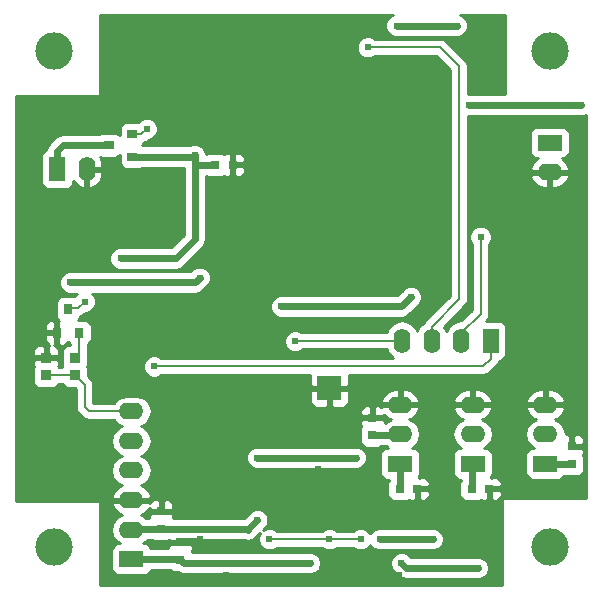
<source format=gbl>
G04 (created by PCBNEW (2013-jul-07)-stable) date Mon 11 May 2015 11:07:11 AM PDT*
%MOIN*%
G04 Gerber Fmt 3.4, Leading zero omitted, Abs format*
%FSLAX34Y34*%
G01*
G70*
G90*
G04 APERTURE LIST*
%ADD10C,0.006*%
%ADD11R,0.0551181X0.0826772*%
%ADD12O,0.0551181X0.0826772*%
%ADD13R,0.0354331X0.0314961*%
%ADD14R,0.0314961X0.0354331*%
%ADD15R,0.0826772X0.0551181*%
%ADD16O,0.0826772X0.0551181*%
%ADD17R,0.08X0.08*%
%ADD18R,0.0374016X0.0374016*%
%ADD19C,0.125*%
%ADD20R,0.0314961X0.0314961*%
%ADD21C,0.024*%
%ADD22C,0.024*%
%ADD23C,0.008*%
%ADD24C,0.01*%
G04 APERTURE END LIST*
G54D10*
G54D11*
X74527Y-50780D03*
G54D12*
X75512Y-50780D03*
G54D13*
X76250Y-49988D03*
X77037Y-50362D03*
X77037Y-49614D03*
G54D14*
X74891Y-55450D03*
X74517Y-56237D03*
X75265Y-56237D03*
G54D15*
X85960Y-60604D03*
G54D16*
X85960Y-58635D03*
X85960Y-59620D03*
G54D15*
X88380Y-60604D03*
G54D16*
X88380Y-58635D03*
X88380Y-59620D03*
G54D15*
X90800Y-60604D03*
G54D16*
X90800Y-58635D03*
X90800Y-59620D03*
G54D12*
X87992Y-56500D03*
X87007Y-56500D03*
G54D11*
X88976Y-56500D03*
G54D12*
X86023Y-56500D03*
G54D16*
X77000Y-62796D03*
X77000Y-61812D03*
G54D15*
X77000Y-63780D03*
G54D16*
X77000Y-60827D03*
X77000Y-59843D03*
X77000Y-58859D03*
G54D15*
X90944Y-49901D03*
G54D16*
X90944Y-50885D03*
G54D17*
X83600Y-58080D03*
G54D18*
X74156Y-57645D03*
X74156Y-57074D03*
X75116Y-57645D03*
X75116Y-57074D03*
G54D19*
X74409Y-46850D03*
X90944Y-46850D03*
X90944Y-63385D03*
X74409Y-63385D03*
G54D20*
X79784Y-50636D03*
X80375Y-50636D03*
X88344Y-61436D03*
X88935Y-61436D03*
X91676Y-60615D03*
X91676Y-60024D03*
X85036Y-59655D03*
X85036Y-59064D03*
X85944Y-61436D03*
X86535Y-61436D03*
X77996Y-62775D03*
X77996Y-62184D03*
X78636Y-63815D03*
X78636Y-63224D03*
G54D21*
X81200Y-62480D03*
X81200Y-60400D03*
X84480Y-60400D03*
X85840Y-46000D03*
X87840Y-46000D03*
X88240Y-48640D03*
X92000Y-48640D03*
X86320Y-55040D03*
X82000Y-55360D03*
X84880Y-46720D03*
X82460Y-56520D03*
X74960Y-54560D03*
X75920Y-54560D03*
X79280Y-54400D03*
X77760Y-53760D03*
X76640Y-53760D03*
X79120Y-50320D03*
X88640Y-53040D03*
X77760Y-57360D03*
X82960Y-63920D03*
X87040Y-63120D03*
X85280Y-63120D03*
X88560Y-64080D03*
X86000Y-63920D03*
X79280Y-63120D03*
X80960Y-50636D03*
X77280Y-57440D03*
X75840Y-49200D03*
X73326Y-53641D03*
X73326Y-52263D03*
X73520Y-50800D03*
X73520Y-48640D03*
X75600Y-48640D03*
X76240Y-46800D03*
X77280Y-46080D03*
X79360Y-46080D03*
X81600Y-46080D03*
X84000Y-46080D03*
X88800Y-51900D03*
X88800Y-49760D03*
X90240Y-55360D03*
X91440Y-56240D03*
X90720Y-53120D03*
X88400Y-50400D03*
X83220Y-60780D03*
X84640Y-61200D03*
X84880Y-47280D03*
X86000Y-47280D03*
X83840Y-54400D03*
X83840Y-53600D03*
X83840Y-54000D03*
X82640Y-51600D03*
X81600Y-51600D03*
X82160Y-51600D03*
X81360Y-58720D03*
X81360Y-56000D03*
X80160Y-64320D03*
X85920Y-64320D03*
X73917Y-55314D03*
X74311Y-55314D03*
X73523Y-55314D03*
X75440Y-61440D03*
X73520Y-61440D03*
X73520Y-59840D03*
X73520Y-58320D03*
X73520Y-56720D03*
X80080Y-60800D03*
X79600Y-57760D03*
X77760Y-55920D03*
X77360Y-48640D03*
X77360Y-47840D03*
X77360Y-48240D03*
X87120Y-53840D03*
X81200Y-48160D03*
X85200Y-52800D03*
X84400Y-52800D03*
X84800Y-52800D03*
X80960Y-53200D03*
X80960Y-52480D03*
X80960Y-52800D03*
X81600Y-63120D03*
X83600Y-63120D03*
X84640Y-63120D03*
X75440Y-55200D03*
X77520Y-49440D03*
G54D22*
X85960Y-59620D02*
X85924Y-59655D01*
X85924Y-59655D02*
X85036Y-59655D01*
X80883Y-62796D02*
X80862Y-62775D01*
X81200Y-60400D02*
X84480Y-60400D01*
X80904Y-62775D02*
X81200Y-62480D01*
X80883Y-62796D02*
X80904Y-62775D01*
X80862Y-62775D02*
X77996Y-62775D01*
X77000Y-62796D02*
X77021Y-62775D01*
X77021Y-62775D02*
X77996Y-62775D01*
X87840Y-46000D02*
X85840Y-46000D01*
X92000Y-48640D02*
X88240Y-48640D01*
X85360Y-55360D02*
X86000Y-55360D01*
X86000Y-55360D02*
X86320Y-55040D01*
X85360Y-55360D02*
X82000Y-55360D01*
G54D23*
X87007Y-56032D02*
X87007Y-56500D01*
X87920Y-55120D02*
X87007Y-56032D01*
X87920Y-47360D02*
X87920Y-55120D01*
X87280Y-46720D02*
X87920Y-47360D01*
X84880Y-46720D02*
X87280Y-46720D01*
X86023Y-56500D02*
X82480Y-56500D01*
X82480Y-56500D02*
X82460Y-56520D01*
G54D22*
X75920Y-54560D02*
X74960Y-54560D01*
X79120Y-54560D02*
X75920Y-54560D01*
X79280Y-54400D02*
X79120Y-54560D01*
X76250Y-49988D02*
X74731Y-49988D01*
X74527Y-50192D02*
X74527Y-50780D01*
X74731Y-49988D02*
X74527Y-50192D01*
G54D23*
X74160Y-57660D02*
X75120Y-57660D01*
X75120Y-57660D02*
X75440Y-57980D01*
X75440Y-57980D02*
X75440Y-58720D01*
X75440Y-58720D02*
X75579Y-58859D01*
X75579Y-58859D02*
X77000Y-58859D01*
G54D22*
X79784Y-50636D02*
X79120Y-50636D01*
X77760Y-53760D02*
X78480Y-53760D01*
X79120Y-53120D02*
X79120Y-50636D01*
X79120Y-50636D02*
X79120Y-50320D01*
X78480Y-53760D02*
X79120Y-53120D01*
X76640Y-53760D02*
X77760Y-53760D01*
X77037Y-50362D02*
X79077Y-50362D01*
X79077Y-50362D02*
X79120Y-50320D01*
G54D23*
X87992Y-56247D02*
X87992Y-56500D01*
X88640Y-55600D02*
X87992Y-56247D01*
X88640Y-53040D02*
X88640Y-55600D01*
X88976Y-56500D02*
X88976Y-57103D01*
X88976Y-57103D02*
X88720Y-57360D01*
X88720Y-57360D02*
X77760Y-57360D01*
G54D22*
X78636Y-63815D02*
X78740Y-63920D01*
X78740Y-63920D02*
X82960Y-63920D01*
X78636Y-63815D02*
X78601Y-63780D01*
X78601Y-63780D02*
X77000Y-63780D01*
X85280Y-63120D02*
X87040Y-63120D01*
X85960Y-60604D02*
X85944Y-60619D01*
X85944Y-60619D02*
X85944Y-61436D01*
X88380Y-60604D02*
X88344Y-60639D01*
X88344Y-60639D02*
X88344Y-61436D01*
X90800Y-60604D02*
X90811Y-60615D01*
X90811Y-60615D02*
X91676Y-60615D01*
X86160Y-64080D02*
X88560Y-64080D01*
X86000Y-63920D02*
X86160Y-64080D01*
G54D23*
X78636Y-63224D02*
X78740Y-63120D01*
X78740Y-63120D02*
X79280Y-63120D01*
X80375Y-50636D02*
X80960Y-50636D01*
X73326Y-52263D02*
X73326Y-53641D01*
X73520Y-48640D02*
X73520Y-50800D01*
X76240Y-48000D02*
X75600Y-48640D01*
X76240Y-46800D02*
X76240Y-48000D01*
X79360Y-46080D02*
X77280Y-46080D01*
X84000Y-46080D02*
X81600Y-46080D01*
X88800Y-49760D02*
X88800Y-51900D01*
X91440Y-56240D02*
X91440Y-56160D01*
X83220Y-60780D02*
X84220Y-60780D01*
X84220Y-60780D02*
X84640Y-61200D01*
X83840Y-54000D02*
X83840Y-53600D01*
X82160Y-51600D02*
X81600Y-51600D01*
X85920Y-64320D02*
X80160Y-64320D01*
X73917Y-55314D02*
X74311Y-55314D01*
X73520Y-59840D02*
X73520Y-61440D01*
X73520Y-56720D02*
X73520Y-58320D01*
X77360Y-48240D02*
X77360Y-47840D01*
X80960Y-52480D02*
X80960Y-48400D01*
X80960Y-48400D02*
X81200Y-48160D01*
X84800Y-52800D02*
X84400Y-52800D01*
X80960Y-52800D02*
X80960Y-52480D01*
X81600Y-63120D02*
X83600Y-63120D01*
X84640Y-63120D02*
X83600Y-63120D01*
X75255Y-56273D02*
X75255Y-56925D01*
X75255Y-56925D02*
X75120Y-57060D01*
X74880Y-55407D02*
X75233Y-55407D01*
X75233Y-55407D02*
X75440Y-55200D01*
X77073Y-49625D02*
X77335Y-49625D01*
X77335Y-49625D02*
X77520Y-49440D01*
G54D10*
G36*
X92150Y-61750D02*
X92083Y-61750D01*
X92083Y-60723D01*
X92083Y-60408D01*
X92047Y-60320D01*
X92083Y-60231D01*
X92083Y-59817D01*
X92045Y-59725D01*
X91975Y-59655D01*
X91883Y-59617D01*
X91784Y-59617D01*
X91788Y-59617D01*
X91726Y-59679D01*
X91726Y-59974D01*
X92021Y-59974D01*
X92083Y-59912D01*
X92083Y-59817D01*
X92083Y-60231D01*
X92083Y-60137D01*
X92021Y-60074D01*
X91726Y-60074D01*
X91726Y-60082D01*
X91626Y-60082D01*
X91626Y-60074D01*
X91618Y-60074D01*
X91618Y-59974D01*
X91626Y-59974D01*
X91626Y-59679D01*
X91608Y-59661D01*
X91608Y-50127D01*
X91608Y-49576D01*
X91570Y-49484D01*
X91500Y-49414D01*
X91408Y-49376D01*
X91308Y-49375D01*
X90481Y-49375D01*
X90390Y-49413D01*
X90319Y-49484D01*
X90281Y-49576D01*
X90281Y-49675D01*
X90281Y-50226D01*
X90319Y-50318D01*
X90389Y-50388D01*
X90481Y-50427D01*
X90550Y-50427D01*
X90400Y-50549D01*
X90302Y-50730D01*
X90298Y-50754D01*
X90346Y-50835D01*
X90894Y-50835D01*
X90894Y-50827D01*
X90994Y-50827D01*
X90994Y-50835D01*
X91543Y-50835D01*
X91591Y-50754D01*
X91587Y-50730D01*
X91489Y-50549D01*
X91339Y-50427D01*
X91407Y-50427D01*
X91499Y-50389D01*
X91570Y-50318D01*
X91608Y-50227D01*
X91608Y-50127D01*
X91608Y-59661D01*
X91591Y-59645D01*
X91591Y-51017D01*
X91543Y-50935D01*
X90994Y-50935D01*
X90994Y-51411D01*
X91132Y-51411D01*
X91330Y-51352D01*
X91489Y-51222D01*
X91587Y-51040D01*
X91591Y-51017D01*
X91591Y-59645D01*
X91563Y-59617D01*
X91568Y-59617D01*
X91475Y-59617D01*
X91436Y-59418D01*
X91322Y-59248D01*
X91151Y-59134D01*
X91107Y-59125D01*
X91185Y-59102D01*
X91344Y-58972D01*
X91442Y-58790D01*
X91446Y-58766D01*
X91446Y-58504D01*
X91442Y-58480D01*
X91344Y-58299D01*
X91185Y-58169D01*
X90987Y-58110D01*
X90894Y-58110D01*
X90894Y-51411D01*
X90894Y-50935D01*
X90346Y-50935D01*
X90298Y-51017D01*
X90302Y-51040D01*
X90400Y-51222D01*
X90559Y-51352D01*
X90757Y-51411D01*
X90894Y-51411D01*
X90894Y-58110D01*
X90850Y-58110D01*
X90850Y-58585D01*
X91398Y-58585D01*
X91446Y-58504D01*
X91446Y-58766D01*
X91398Y-58685D01*
X90850Y-58685D01*
X90850Y-58693D01*
X90750Y-58693D01*
X90750Y-58685D01*
X90750Y-58585D01*
X90750Y-58110D01*
X90612Y-58110D01*
X90414Y-58169D01*
X90255Y-58299D01*
X90157Y-58480D01*
X90153Y-58504D01*
X90201Y-58585D01*
X90750Y-58585D01*
X90750Y-58685D01*
X90201Y-58685D01*
X90153Y-58766D01*
X90157Y-58790D01*
X90255Y-58972D01*
X90414Y-59102D01*
X90492Y-59125D01*
X90448Y-59134D01*
X90277Y-59248D01*
X90163Y-59418D01*
X90123Y-59620D01*
X90163Y-59821D01*
X90277Y-59991D01*
X90407Y-60078D01*
X90337Y-60078D01*
X90245Y-60116D01*
X90174Y-60186D01*
X90136Y-60278D01*
X90136Y-60378D01*
X90136Y-60929D01*
X90174Y-61021D01*
X90244Y-61091D01*
X90336Y-61129D01*
X90436Y-61129D01*
X91262Y-61129D01*
X91354Y-61091D01*
X91425Y-61021D01*
X91431Y-61007D01*
X91468Y-61022D01*
X91568Y-61022D01*
X91883Y-61022D01*
X91974Y-60984D01*
X92045Y-60914D01*
X92083Y-60822D01*
X92083Y-60723D01*
X92083Y-61750D01*
X89350Y-61750D01*
X89350Y-64650D01*
X89342Y-64650D01*
X89342Y-61544D01*
X89342Y-61328D01*
X89342Y-61228D01*
X89304Y-61136D01*
X89234Y-61066D01*
X89142Y-61028D01*
X89056Y-61028D01*
X89047Y-61028D01*
X88985Y-61091D01*
X88985Y-61041D01*
X89005Y-61021D01*
X89043Y-60929D01*
X89043Y-60830D01*
X89043Y-60279D01*
X89005Y-60187D01*
X88935Y-60116D01*
X88843Y-60078D01*
X88772Y-60078D01*
X88902Y-59991D01*
X89016Y-59821D01*
X89056Y-59620D01*
X89016Y-59418D01*
X88902Y-59248D01*
X88731Y-59134D01*
X88687Y-59125D01*
X88765Y-59102D01*
X88924Y-58972D01*
X89022Y-58790D01*
X89026Y-58766D01*
X89026Y-58504D01*
X89022Y-58480D01*
X88924Y-58299D01*
X88765Y-58169D01*
X88567Y-58110D01*
X88430Y-58110D01*
X88430Y-58585D01*
X88978Y-58585D01*
X89026Y-58504D01*
X89026Y-58766D01*
X88978Y-58685D01*
X88430Y-58685D01*
X88430Y-58693D01*
X88330Y-58693D01*
X88330Y-58685D01*
X88330Y-58585D01*
X88330Y-58110D01*
X88192Y-58110D01*
X87994Y-58169D01*
X87835Y-58299D01*
X87737Y-58480D01*
X87733Y-58504D01*
X87781Y-58585D01*
X88330Y-58585D01*
X88330Y-58685D01*
X87781Y-58685D01*
X87733Y-58766D01*
X87737Y-58790D01*
X87835Y-58972D01*
X87994Y-59102D01*
X88072Y-59125D01*
X88028Y-59134D01*
X87857Y-59248D01*
X87743Y-59418D01*
X87703Y-59620D01*
X87743Y-59821D01*
X87857Y-59991D01*
X87987Y-60078D01*
X87917Y-60078D01*
X87825Y-60116D01*
X87754Y-60186D01*
X87716Y-60278D01*
X87716Y-60378D01*
X87716Y-60929D01*
X87754Y-61021D01*
X87824Y-61091D01*
X87916Y-61129D01*
X87974Y-61129D01*
X87974Y-61138D01*
X87937Y-61228D01*
X87937Y-61328D01*
X87937Y-61643D01*
X87975Y-61734D01*
X88045Y-61805D01*
X88137Y-61843D01*
X88236Y-61843D01*
X88551Y-61843D01*
X88640Y-61807D01*
X88728Y-61843D01*
X88822Y-61843D01*
X88885Y-61781D01*
X88885Y-61486D01*
X88877Y-61486D01*
X88877Y-61386D01*
X88885Y-61386D01*
X88885Y-61378D01*
X88985Y-61378D01*
X88985Y-61386D01*
X89280Y-61386D01*
X89342Y-61323D01*
X89342Y-61328D01*
X89342Y-61544D01*
X89342Y-61548D01*
X89280Y-61486D01*
X88985Y-61486D01*
X88985Y-61781D01*
X89047Y-61843D01*
X89142Y-61843D01*
X89234Y-61805D01*
X89304Y-61735D01*
X89342Y-61643D01*
X89342Y-61544D01*
X89342Y-64650D01*
X88930Y-64650D01*
X88930Y-64006D01*
X88901Y-63938D01*
X88873Y-63870D01*
X88821Y-63818D01*
X88769Y-63766D01*
X88633Y-63710D01*
X88486Y-63709D01*
X88486Y-63710D01*
X87410Y-63710D01*
X87410Y-63046D01*
X87381Y-62978D01*
X87353Y-62910D01*
X87301Y-62858D01*
X87249Y-62806D01*
X87113Y-62750D01*
X86966Y-62749D01*
X86966Y-62750D01*
X86942Y-62750D01*
X86942Y-61544D01*
X86942Y-61328D01*
X86942Y-61228D01*
X86904Y-61136D01*
X86834Y-61066D01*
X86742Y-61028D01*
X86647Y-61028D01*
X86636Y-61039D01*
X86585Y-61091D01*
X86585Y-61028D01*
X86578Y-61028D01*
X86585Y-61021D01*
X86623Y-60929D01*
X86623Y-60830D01*
X86623Y-60279D01*
X86585Y-60187D01*
X86515Y-60116D01*
X86423Y-60078D01*
X86352Y-60078D01*
X86482Y-59991D01*
X86596Y-59821D01*
X86636Y-59620D01*
X86596Y-59418D01*
X86482Y-59248D01*
X86311Y-59134D01*
X86267Y-59125D01*
X86345Y-59102D01*
X86504Y-58972D01*
X86602Y-58790D01*
X86606Y-58766D01*
X86606Y-58504D01*
X86602Y-58480D01*
X86504Y-58299D01*
X86345Y-58169D01*
X86147Y-58110D01*
X86010Y-58110D01*
X86010Y-58585D01*
X86558Y-58585D01*
X86606Y-58504D01*
X86606Y-58766D01*
X86558Y-58685D01*
X86010Y-58685D01*
X86010Y-58693D01*
X85910Y-58693D01*
X85910Y-58685D01*
X85910Y-58585D01*
X85910Y-58110D01*
X85772Y-58110D01*
X85574Y-58169D01*
X85415Y-58299D01*
X85317Y-58480D01*
X85313Y-58504D01*
X85361Y-58585D01*
X85910Y-58585D01*
X85910Y-58685D01*
X85361Y-58685D01*
X85348Y-58708D01*
X85335Y-58695D01*
X85243Y-58657D01*
X85144Y-58657D01*
X85148Y-58657D01*
X85086Y-58719D01*
X85086Y-59014D01*
X85381Y-59014D01*
X85419Y-58975D01*
X85574Y-59102D01*
X85652Y-59125D01*
X85608Y-59134D01*
X85443Y-59244D01*
X85443Y-59177D01*
X85381Y-59114D01*
X85086Y-59114D01*
X85086Y-59122D01*
X84986Y-59122D01*
X84986Y-59114D01*
X84986Y-59014D01*
X84986Y-58719D01*
X84923Y-58657D01*
X84928Y-58657D01*
X84828Y-58657D01*
X84736Y-58695D01*
X84666Y-58765D01*
X84628Y-58857D01*
X84628Y-58952D01*
X84691Y-59014D01*
X84986Y-59014D01*
X84986Y-59114D01*
X84691Y-59114D01*
X84628Y-59177D01*
X84628Y-59271D01*
X84665Y-59360D01*
X84628Y-59447D01*
X84628Y-59547D01*
X84628Y-59862D01*
X84666Y-59954D01*
X84736Y-60024D01*
X84828Y-60062D01*
X84928Y-60062D01*
X85243Y-60062D01*
X85333Y-60025D01*
X85487Y-60025D01*
X85567Y-60078D01*
X85497Y-60078D01*
X85405Y-60116D01*
X85334Y-60186D01*
X85296Y-60278D01*
X85296Y-60378D01*
X85296Y-60929D01*
X85334Y-61021D01*
X85404Y-61091D01*
X85496Y-61129D01*
X85574Y-61129D01*
X85574Y-61138D01*
X85537Y-61228D01*
X85537Y-61328D01*
X85537Y-61643D01*
X85575Y-61734D01*
X85645Y-61805D01*
X85737Y-61843D01*
X85836Y-61843D01*
X86151Y-61843D01*
X86240Y-61807D01*
X86328Y-61843D01*
X86422Y-61843D01*
X86485Y-61781D01*
X86485Y-61486D01*
X86477Y-61486D01*
X86477Y-61386D01*
X86485Y-61386D01*
X86485Y-61378D01*
X86585Y-61378D01*
X86585Y-61386D01*
X86880Y-61386D01*
X86942Y-61323D01*
X86942Y-61328D01*
X86942Y-61544D01*
X86942Y-61548D01*
X86880Y-61486D01*
X86585Y-61486D01*
X86585Y-61781D01*
X86647Y-61843D01*
X86742Y-61843D01*
X86834Y-61805D01*
X86904Y-61735D01*
X86942Y-61643D01*
X86942Y-61544D01*
X86942Y-62750D01*
X85280Y-62750D01*
X85206Y-62749D01*
X85070Y-62806D01*
X84966Y-62910D01*
X84960Y-62925D01*
X84953Y-62910D01*
X84850Y-62806D01*
X84850Y-60326D01*
X84821Y-60258D01*
X84793Y-60190D01*
X84741Y-60138D01*
X84689Y-60086D01*
X84553Y-60030D01*
X84406Y-60029D01*
X84406Y-60030D01*
X84250Y-60030D01*
X84250Y-58430D01*
X84250Y-58192D01*
X84187Y-58130D01*
X83650Y-58130D01*
X83650Y-58667D01*
X83712Y-58730D01*
X84049Y-58730D01*
X84141Y-58692D01*
X84211Y-58621D01*
X84249Y-58529D01*
X84250Y-58430D01*
X84250Y-60030D01*
X83550Y-60030D01*
X83550Y-58667D01*
X83550Y-58130D01*
X83012Y-58130D01*
X82950Y-58192D01*
X82949Y-58430D01*
X82950Y-58529D01*
X82988Y-58621D01*
X83058Y-58692D01*
X83150Y-58730D01*
X83487Y-58730D01*
X83550Y-58667D01*
X83550Y-60030D01*
X81200Y-60030D01*
X81126Y-60029D01*
X80990Y-60086D01*
X80886Y-60190D01*
X80830Y-60326D01*
X80829Y-60473D01*
X80886Y-60609D01*
X80938Y-60661D01*
X80990Y-60713D01*
X81058Y-60741D01*
X81126Y-60769D01*
X81200Y-60770D01*
X81273Y-60770D01*
X81273Y-60770D01*
X84479Y-60770D01*
X84480Y-60770D01*
X84553Y-60770D01*
X84621Y-60741D01*
X84689Y-60713D01*
X84741Y-60661D01*
X84793Y-60609D01*
X84821Y-60541D01*
X84849Y-60473D01*
X84850Y-60400D01*
X84850Y-60326D01*
X84850Y-62806D01*
X84849Y-62806D01*
X84713Y-62750D01*
X84566Y-62749D01*
X84430Y-62806D01*
X84406Y-62830D01*
X83833Y-62830D01*
X83809Y-62806D01*
X83673Y-62750D01*
X83526Y-62749D01*
X83390Y-62806D01*
X83366Y-62830D01*
X81833Y-62830D01*
X81809Y-62806D01*
X81673Y-62750D01*
X81526Y-62749D01*
X81401Y-62801D01*
X81461Y-62741D01*
X81461Y-62741D01*
X81513Y-62689D01*
X81541Y-62621D01*
X81569Y-62553D01*
X81570Y-62480D01*
X81570Y-62406D01*
X81541Y-62338D01*
X81513Y-62270D01*
X81461Y-62218D01*
X81409Y-62166D01*
X81273Y-62110D01*
X81126Y-62109D01*
X80990Y-62166D01*
X80886Y-62270D01*
X80886Y-62270D01*
X80751Y-62405D01*
X78397Y-62405D01*
X78403Y-62391D01*
X78403Y-61977D01*
X78365Y-61885D01*
X78295Y-61815D01*
X78203Y-61777D01*
X78104Y-61777D01*
X78108Y-61777D01*
X78046Y-61839D01*
X78046Y-62134D01*
X78341Y-62134D01*
X78403Y-62072D01*
X78403Y-61977D01*
X78403Y-62391D01*
X78403Y-62297D01*
X78341Y-62234D01*
X78046Y-62234D01*
X78046Y-62242D01*
X77946Y-62242D01*
X77946Y-62234D01*
X77651Y-62234D01*
X77588Y-62297D01*
X77588Y-62391D01*
X77594Y-62405D01*
X77493Y-62405D01*
X77351Y-62310D01*
X77307Y-62301D01*
X77385Y-62278D01*
X77544Y-62148D01*
X77588Y-62067D01*
X77588Y-62072D01*
X77651Y-62134D01*
X77946Y-62134D01*
X77946Y-61839D01*
X77883Y-61777D01*
X77888Y-61777D01*
X77788Y-61777D01*
X77696Y-61815D01*
X77626Y-61885D01*
X77620Y-61899D01*
X77598Y-61862D01*
X77050Y-61862D01*
X77050Y-61870D01*
X76950Y-61870D01*
X76950Y-61862D01*
X76401Y-61862D01*
X76353Y-61943D01*
X76357Y-61967D01*
X76455Y-62148D01*
X76614Y-62278D01*
X76692Y-62301D01*
X76648Y-62310D01*
X76477Y-62424D01*
X76363Y-62595D01*
X76323Y-62796D01*
X76363Y-62997D01*
X76477Y-63168D01*
X76607Y-63254D01*
X76537Y-63254D01*
X76445Y-63292D01*
X76374Y-63363D01*
X76336Y-63455D01*
X76336Y-63554D01*
X76336Y-64105D01*
X76374Y-64197D01*
X76444Y-64268D01*
X76536Y-64306D01*
X76636Y-64306D01*
X77462Y-64306D01*
X77554Y-64268D01*
X77625Y-64198D01*
X77644Y-64150D01*
X78302Y-64150D01*
X78336Y-64184D01*
X78428Y-64222D01*
X78528Y-64222D01*
X78540Y-64222D01*
X78599Y-64261D01*
X78740Y-64289D01*
X78740Y-64290D01*
X82959Y-64290D01*
X82960Y-64290D01*
X83033Y-64290D01*
X83101Y-64261D01*
X83169Y-64233D01*
X83221Y-64181D01*
X83273Y-64129D01*
X83301Y-64061D01*
X83329Y-63993D01*
X83330Y-63920D01*
X83330Y-63846D01*
X83301Y-63778D01*
X83273Y-63710D01*
X83221Y-63658D01*
X83169Y-63606D01*
X83033Y-63550D01*
X82886Y-63549D01*
X82886Y-63550D01*
X79019Y-63550D01*
X79007Y-63520D01*
X79043Y-63431D01*
X79043Y-63337D01*
X78981Y-63274D01*
X78686Y-63274D01*
X78686Y-63282D01*
X78586Y-63282D01*
X78586Y-63274D01*
X78291Y-63274D01*
X78228Y-63337D01*
X78228Y-63410D01*
X77644Y-63410D01*
X77625Y-63363D01*
X77555Y-63293D01*
X77463Y-63255D01*
X77392Y-63255D01*
X77522Y-63168D01*
X77537Y-63145D01*
X77698Y-63145D01*
X77788Y-63182D01*
X77888Y-63182D01*
X78203Y-63182D01*
X78271Y-63154D01*
X78291Y-63174D01*
X78586Y-63174D01*
X78586Y-63166D01*
X78686Y-63166D01*
X78686Y-63174D01*
X78981Y-63174D01*
X79010Y-63145D01*
X80777Y-63145D01*
X80777Y-63145D01*
X80883Y-63166D01*
X80883Y-63166D01*
X81025Y-63138D01*
X81145Y-63058D01*
X81166Y-63036D01*
X81166Y-63036D01*
X81166Y-63036D01*
X81281Y-62921D01*
X81230Y-63046D01*
X81229Y-63193D01*
X81286Y-63329D01*
X81390Y-63433D01*
X81526Y-63489D01*
X81673Y-63490D01*
X81809Y-63433D01*
X81833Y-63410D01*
X83366Y-63410D01*
X83390Y-63433D01*
X83526Y-63489D01*
X83673Y-63490D01*
X83809Y-63433D01*
X83833Y-63410D01*
X84406Y-63410D01*
X84430Y-63433D01*
X84566Y-63489D01*
X84713Y-63490D01*
X84849Y-63433D01*
X84953Y-63329D01*
X84959Y-63314D01*
X84966Y-63329D01*
X85018Y-63381D01*
X85070Y-63433D01*
X85138Y-63461D01*
X85206Y-63489D01*
X85280Y-63490D01*
X85353Y-63490D01*
X85353Y-63490D01*
X87039Y-63490D01*
X87040Y-63490D01*
X87113Y-63490D01*
X87181Y-63461D01*
X87249Y-63433D01*
X87301Y-63381D01*
X87353Y-63329D01*
X87381Y-63261D01*
X87409Y-63193D01*
X87410Y-63120D01*
X87410Y-63046D01*
X87410Y-63710D01*
X86313Y-63710D01*
X86261Y-63658D01*
X86261Y-63658D01*
X86209Y-63606D01*
X86073Y-63550D01*
X85926Y-63549D01*
X85790Y-63606D01*
X85686Y-63710D01*
X85630Y-63846D01*
X85629Y-63993D01*
X85686Y-64129D01*
X85738Y-64181D01*
X85790Y-64233D01*
X85790Y-64233D01*
X85898Y-64341D01*
X86018Y-64421D01*
X86160Y-64450D01*
X88559Y-64450D01*
X88560Y-64450D01*
X88633Y-64450D01*
X88701Y-64421D01*
X88769Y-64393D01*
X88821Y-64341D01*
X88873Y-64289D01*
X88901Y-64221D01*
X88929Y-64153D01*
X88930Y-64080D01*
X88930Y-64006D01*
X88930Y-64650D01*
X75950Y-64650D01*
X75950Y-61850D01*
X73150Y-61850D01*
X73150Y-48350D01*
X75950Y-48350D01*
X75950Y-45650D01*
X85718Y-45650D01*
X85630Y-45686D01*
X85526Y-45790D01*
X85470Y-45926D01*
X85469Y-46073D01*
X85526Y-46209D01*
X85578Y-46261D01*
X85630Y-46313D01*
X85698Y-46341D01*
X85766Y-46369D01*
X85840Y-46370D01*
X85913Y-46370D01*
X85913Y-46370D01*
X87839Y-46370D01*
X87840Y-46370D01*
X87913Y-46370D01*
X87981Y-46341D01*
X88049Y-46313D01*
X88101Y-46261D01*
X88153Y-46209D01*
X88181Y-46141D01*
X88209Y-46073D01*
X88210Y-46000D01*
X88210Y-45926D01*
X88181Y-45858D01*
X88153Y-45790D01*
X88101Y-45738D01*
X88049Y-45686D01*
X87961Y-45650D01*
X89450Y-45650D01*
X89450Y-48270D01*
X88240Y-48270D01*
X88210Y-48269D01*
X88210Y-47360D01*
X88187Y-47249D01*
X88125Y-47154D01*
X88125Y-47154D01*
X87485Y-46514D01*
X87390Y-46452D01*
X87280Y-46430D01*
X85113Y-46430D01*
X85089Y-46406D01*
X84953Y-46350D01*
X84806Y-46349D01*
X84670Y-46406D01*
X84566Y-46510D01*
X84510Y-46646D01*
X84509Y-46793D01*
X84566Y-46929D01*
X84670Y-47033D01*
X84806Y-47089D01*
X84953Y-47090D01*
X85089Y-47033D01*
X85113Y-47010D01*
X87159Y-47010D01*
X87630Y-47480D01*
X87630Y-54999D01*
X86802Y-55827D01*
X86755Y-55897D01*
X86690Y-55941D01*
X86690Y-54966D01*
X86661Y-54898D01*
X86633Y-54830D01*
X86529Y-54726D01*
X86393Y-54670D01*
X86246Y-54669D01*
X86110Y-54726D01*
X86006Y-54830D01*
X86006Y-54830D01*
X85846Y-54990D01*
X85360Y-54990D01*
X82000Y-54990D01*
X81926Y-54989D01*
X81790Y-55046D01*
X81686Y-55150D01*
X81630Y-55286D01*
X81629Y-55433D01*
X81686Y-55569D01*
X81738Y-55621D01*
X81790Y-55673D01*
X81858Y-55701D01*
X81926Y-55729D01*
X82000Y-55730D01*
X82073Y-55730D01*
X82073Y-55730D01*
X85360Y-55730D01*
X86000Y-55730D01*
X86141Y-55701D01*
X86261Y-55621D01*
X86581Y-55301D01*
X86581Y-55301D01*
X86633Y-55249D01*
X86661Y-55181D01*
X86689Y-55113D01*
X86690Y-55040D01*
X86690Y-54966D01*
X86690Y-55941D01*
X86636Y-55977D01*
X86522Y-56148D01*
X86515Y-56180D01*
X86509Y-56148D01*
X86395Y-55977D01*
X86224Y-55863D01*
X86023Y-55823D01*
X85822Y-55863D01*
X85651Y-55977D01*
X85538Y-56148D01*
X85525Y-56210D01*
X82673Y-56210D01*
X82669Y-56206D01*
X82533Y-56150D01*
X82386Y-56149D01*
X82250Y-56206D01*
X82146Y-56310D01*
X82090Y-56446D01*
X82089Y-56593D01*
X82146Y-56729D01*
X82250Y-56833D01*
X82386Y-56889D01*
X82533Y-56890D01*
X82669Y-56833D01*
X82713Y-56790D01*
X85525Y-56790D01*
X85538Y-56851D01*
X85651Y-57022D01*
X85723Y-57070D01*
X80782Y-57070D01*
X80782Y-50744D01*
X80782Y-50528D01*
X80782Y-50428D01*
X80744Y-50336D01*
X80674Y-50266D01*
X80582Y-50228D01*
X80487Y-50228D01*
X80425Y-50291D01*
X80425Y-50586D01*
X80720Y-50586D01*
X80782Y-50523D01*
X80782Y-50528D01*
X80782Y-50744D01*
X80782Y-50748D01*
X80720Y-50686D01*
X80425Y-50686D01*
X80425Y-50981D01*
X80487Y-51043D01*
X80582Y-51043D01*
X80674Y-51005D01*
X80744Y-50935D01*
X80782Y-50843D01*
X80782Y-50744D01*
X80782Y-57070D01*
X80325Y-57070D01*
X80325Y-50981D01*
X80325Y-50686D01*
X80317Y-50686D01*
X80317Y-50586D01*
X80325Y-50586D01*
X80325Y-50291D01*
X80262Y-50228D01*
X80168Y-50228D01*
X80079Y-50265D01*
X79992Y-50228D01*
X79892Y-50228D01*
X79577Y-50228D01*
X79490Y-50264D01*
X79490Y-50246D01*
X79461Y-50178D01*
X79461Y-50178D01*
X79433Y-50110D01*
X79381Y-50058D01*
X79329Y-50006D01*
X79193Y-49950D01*
X79046Y-49949D01*
X78944Y-49992D01*
X77354Y-49992D01*
X77345Y-49988D01*
X77356Y-49983D01*
X77426Y-49913D01*
X77434Y-49895D01*
X77445Y-49892D01*
X77540Y-49830D01*
X77560Y-49810D01*
X77593Y-49810D01*
X77729Y-49753D01*
X77833Y-49649D01*
X77889Y-49513D01*
X77890Y-49366D01*
X77833Y-49230D01*
X77729Y-49126D01*
X77593Y-49070D01*
X77446Y-49069D01*
X77310Y-49126D01*
X77229Y-49206D01*
X77165Y-49206D01*
X76810Y-49206D01*
X76719Y-49244D01*
X76648Y-49314D01*
X76610Y-49406D01*
X76610Y-49506D01*
X76610Y-49660D01*
X76569Y-49618D01*
X76477Y-49580D01*
X76377Y-49580D01*
X76023Y-49580D01*
X75932Y-49618D01*
X74731Y-49618D01*
X74590Y-49646D01*
X74470Y-49726D01*
X74266Y-49930D01*
X74186Y-50050D01*
X74170Y-50130D01*
X74110Y-50154D01*
X74040Y-50224D01*
X74002Y-50316D01*
X74002Y-50416D01*
X74002Y-51242D01*
X74040Y-51334D01*
X74110Y-51405D01*
X74202Y-51443D01*
X74301Y-51443D01*
X74852Y-51443D01*
X74944Y-51405D01*
X75015Y-51335D01*
X75053Y-51243D01*
X75053Y-51174D01*
X75175Y-51324D01*
X75357Y-51422D01*
X75380Y-51426D01*
X75462Y-51378D01*
X75462Y-50830D01*
X75454Y-50830D01*
X75454Y-50730D01*
X75462Y-50730D01*
X75462Y-50722D01*
X75562Y-50722D01*
X75562Y-50730D01*
X76037Y-50730D01*
X76037Y-50592D01*
X75978Y-50394D01*
X75956Y-50368D01*
X76023Y-50395D01*
X76122Y-50395D01*
X76476Y-50395D01*
X76568Y-50357D01*
X76610Y-50316D01*
X76610Y-50569D01*
X76648Y-50661D01*
X76718Y-50731D01*
X76810Y-50769D01*
X76909Y-50769D01*
X77264Y-50769D01*
X77355Y-50732D01*
X78750Y-50732D01*
X78750Y-52966D01*
X78326Y-53390D01*
X77760Y-53390D01*
X77686Y-53389D01*
X77686Y-53390D01*
X76640Y-53390D01*
X76566Y-53389D01*
X76430Y-53446D01*
X76326Y-53550D01*
X76270Y-53686D01*
X76269Y-53833D01*
X76326Y-53969D01*
X76378Y-54021D01*
X76430Y-54073D01*
X76498Y-54101D01*
X76566Y-54129D01*
X76640Y-54130D01*
X76713Y-54130D01*
X76713Y-54130D01*
X77759Y-54130D01*
X77760Y-54130D01*
X77833Y-54130D01*
X77833Y-54130D01*
X78480Y-54130D01*
X78621Y-54101D01*
X78741Y-54021D01*
X79381Y-53381D01*
X79461Y-53261D01*
X79490Y-53120D01*
X79490Y-51007D01*
X79577Y-51043D01*
X79676Y-51043D01*
X79991Y-51043D01*
X80080Y-51007D01*
X80168Y-51043D01*
X80262Y-51043D01*
X80325Y-50981D01*
X80325Y-57070D01*
X79650Y-57070D01*
X79650Y-54326D01*
X79621Y-54258D01*
X79593Y-54190D01*
X79541Y-54138D01*
X79489Y-54086D01*
X79353Y-54030D01*
X79206Y-54029D01*
X79070Y-54086D01*
X78966Y-54190D01*
X76037Y-54190D01*
X76037Y-50967D01*
X76037Y-50830D01*
X75562Y-50830D01*
X75562Y-51378D01*
X75643Y-51426D01*
X75667Y-51422D01*
X75848Y-51324D01*
X75978Y-51165D01*
X76037Y-50967D01*
X76037Y-54190D01*
X75920Y-54190D01*
X75846Y-54189D01*
X75846Y-54190D01*
X74960Y-54190D01*
X74886Y-54189D01*
X74750Y-54246D01*
X74646Y-54350D01*
X74590Y-54486D01*
X74589Y-54633D01*
X74646Y-54769D01*
X74698Y-54821D01*
X74750Y-54873D01*
X74818Y-54901D01*
X74886Y-54929D01*
X74960Y-54930D01*
X75033Y-54930D01*
X75033Y-54930D01*
X75186Y-54930D01*
X75126Y-54990D01*
X75110Y-55027D01*
X75099Y-55023D01*
X74999Y-55023D01*
X74684Y-55023D01*
X74592Y-55061D01*
X74522Y-55131D01*
X74484Y-55223D01*
X74484Y-55322D01*
X74484Y-55676D01*
X74522Y-55768D01*
X74592Y-55839D01*
X74598Y-55841D01*
X74567Y-55872D01*
X74567Y-56187D01*
X74575Y-56187D01*
X74575Y-56287D01*
X74567Y-56287D01*
X74567Y-56602D01*
X74630Y-56664D01*
X74724Y-56664D01*
X74816Y-56626D01*
X74887Y-56556D01*
X74891Y-56545D01*
X74896Y-56556D01*
X74965Y-56625D01*
X74965Y-56637D01*
X74879Y-56637D01*
X74787Y-56675D01*
X74717Y-56745D01*
X74679Y-56837D01*
X74679Y-56937D01*
X74679Y-57311D01*
X74699Y-57360D01*
X74695Y-57370D01*
X74577Y-57370D01*
X74572Y-57360D01*
X74593Y-57311D01*
X74593Y-56838D01*
X74555Y-56746D01*
X74484Y-56675D01*
X74420Y-56649D01*
X74467Y-56602D01*
X74467Y-56287D01*
X74467Y-56187D01*
X74467Y-55872D01*
X74405Y-55810D01*
X74310Y-55810D01*
X74218Y-55848D01*
X74148Y-55918D01*
X74110Y-56010D01*
X74110Y-56109D01*
X74110Y-56125D01*
X74172Y-56187D01*
X74467Y-56187D01*
X74467Y-56287D01*
X74172Y-56287D01*
X74110Y-56350D01*
X74110Y-56365D01*
X74110Y-56464D01*
X74148Y-56556D01*
X74218Y-56626D01*
X74261Y-56644D01*
X74206Y-56700D01*
X74206Y-57024D01*
X74530Y-57024D01*
X74593Y-56962D01*
X74593Y-56838D01*
X74593Y-57311D01*
X74593Y-57187D01*
X74530Y-57124D01*
X74206Y-57124D01*
X74206Y-57132D01*
X74106Y-57132D01*
X74106Y-57124D01*
X74106Y-57024D01*
X74106Y-56700D01*
X74043Y-56637D01*
X74018Y-56637D01*
X73919Y-56637D01*
X73827Y-56675D01*
X73756Y-56746D01*
X73719Y-56838D01*
X73719Y-56962D01*
X73781Y-57024D01*
X74106Y-57024D01*
X74106Y-57124D01*
X73781Y-57124D01*
X73719Y-57187D01*
X73719Y-57311D01*
X73739Y-57360D01*
X73719Y-57408D01*
X73719Y-57507D01*
X73719Y-57881D01*
X73756Y-57973D01*
X73827Y-58044D01*
X73919Y-58082D01*
X74018Y-58082D01*
X74392Y-58082D01*
X74484Y-58044D01*
X74554Y-57974D01*
X74564Y-57950D01*
X74707Y-57950D01*
X74716Y-57973D01*
X74787Y-58044D01*
X74879Y-58082D01*
X74978Y-58082D01*
X75132Y-58082D01*
X75150Y-58100D01*
X75150Y-58720D01*
X75172Y-58830D01*
X75234Y-58925D01*
X75374Y-59064D01*
X75374Y-59064D01*
X75468Y-59127D01*
X75579Y-59149D01*
X76423Y-59149D01*
X76477Y-59231D01*
X76648Y-59344D01*
X76680Y-59351D01*
X76648Y-59358D01*
X76477Y-59471D01*
X76363Y-59642D01*
X76323Y-59843D01*
X76363Y-60044D01*
X76477Y-60215D01*
X76648Y-60329D01*
X76680Y-60335D01*
X76648Y-60342D01*
X76477Y-60456D01*
X76363Y-60626D01*
X76323Y-60827D01*
X76363Y-61029D01*
X76477Y-61199D01*
X76648Y-61313D01*
X76692Y-61322D01*
X76614Y-61345D01*
X76455Y-61475D01*
X76357Y-61657D01*
X76353Y-61680D01*
X76401Y-61762D01*
X76950Y-61762D01*
X76950Y-61754D01*
X77050Y-61754D01*
X77050Y-61762D01*
X77598Y-61762D01*
X77646Y-61680D01*
X77642Y-61657D01*
X77544Y-61475D01*
X77385Y-61345D01*
X77307Y-61322D01*
X77351Y-61313D01*
X77522Y-61199D01*
X77636Y-61029D01*
X77676Y-60827D01*
X77636Y-60626D01*
X77522Y-60456D01*
X77351Y-60342D01*
X77319Y-60335D01*
X77351Y-60329D01*
X77522Y-60215D01*
X77636Y-60044D01*
X77676Y-59843D01*
X77636Y-59642D01*
X77522Y-59471D01*
X77351Y-59358D01*
X77319Y-59351D01*
X77351Y-59344D01*
X77522Y-59231D01*
X77636Y-59060D01*
X77676Y-58859D01*
X77636Y-58658D01*
X77522Y-58487D01*
X77351Y-58373D01*
X77150Y-58333D01*
X76849Y-58333D01*
X76648Y-58373D01*
X76477Y-58487D01*
X76423Y-58569D01*
X75730Y-58569D01*
X75730Y-57980D01*
X75729Y-57979D01*
X75730Y-57979D01*
X75707Y-57869D01*
X75645Y-57774D01*
X75645Y-57774D01*
X75553Y-57682D01*
X75553Y-57408D01*
X75532Y-57359D01*
X75553Y-57311D01*
X75553Y-57212D01*
X75553Y-56838D01*
X75545Y-56818D01*
X75545Y-56635D01*
X75564Y-56626D01*
X75635Y-56556D01*
X75673Y-56464D01*
X75673Y-56365D01*
X75673Y-56010D01*
X75635Y-55919D01*
X75565Y-55848D01*
X75473Y-55810D01*
X75373Y-55810D01*
X75219Y-55810D01*
X75261Y-55769D01*
X75296Y-55684D01*
X75343Y-55674D01*
X75438Y-55612D01*
X75480Y-55570D01*
X75513Y-55570D01*
X75649Y-55513D01*
X75753Y-55409D01*
X75809Y-55273D01*
X75810Y-55126D01*
X75753Y-54990D01*
X75693Y-54930D01*
X75919Y-54930D01*
X75920Y-54930D01*
X75993Y-54930D01*
X75993Y-54930D01*
X79120Y-54930D01*
X79261Y-54901D01*
X79381Y-54821D01*
X79541Y-54661D01*
X79541Y-54661D01*
X79593Y-54609D01*
X79621Y-54541D01*
X79649Y-54473D01*
X79650Y-54400D01*
X79650Y-54326D01*
X79650Y-57070D01*
X77993Y-57070D01*
X77969Y-57046D01*
X77833Y-56990D01*
X77686Y-56989D01*
X77550Y-57046D01*
X77446Y-57150D01*
X77390Y-57286D01*
X77389Y-57433D01*
X77446Y-57569D01*
X77550Y-57673D01*
X77686Y-57729D01*
X77833Y-57730D01*
X77969Y-57673D01*
X77993Y-57650D01*
X82950Y-57650D01*
X82949Y-57729D01*
X82950Y-57967D01*
X83012Y-58030D01*
X83550Y-58030D01*
X83550Y-58022D01*
X83650Y-58022D01*
X83650Y-58030D01*
X84187Y-58030D01*
X84250Y-57967D01*
X84250Y-57729D01*
X84249Y-57650D01*
X88720Y-57650D01*
X88830Y-57627D01*
X88925Y-57565D01*
X89181Y-57308D01*
X89181Y-57308D01*
X89181Y-57308D01*
X89244Y-57214D01*
X89254Y-57163D01*
X89301Y-57163D01*
X89393Y-57125D01*
X89463Y-57055D01*
X89501Y-56963D01*
X89502Y-56863D01*
X89502Y-56037D01*
X89464Y-55945D01*
X89393Y-55874D01*
X89301Y-55836D01*
X89202Y-55836D01*
X88813Y-55836D01*
X88845Y-55805D01*
X88845Y-55805D01*
X88845Y-55805D01*
X88907Y-55710D01*
X88930Y-55600D01*
X88929Y-55600D01*
X88930Y-55600D01*
X88930Y-53273D01*
X88953Y-53249D01*
X89009Y-53113D01*
X89010Y-52966D01*
X88953Y-52830D01*
X88849Y-52726D01*
X88713Y-52670D01*
X88566Y-52669D01*
X88430Y-52726D01*
X88326Y-52830D01*
X88270Y-52966D01*
X88269Y-53113D01*
X88326Y-53249D01*
X88350Y-53273D01*
X88350Y-55479D01*
X88003Y-55825D01*
X87992Y-55823D01*
X87790Y-55863D01*
X87620Y-55977D01*
X87506Y-56148D01*
X87500Y-56180D01*
X87493Y-56148D01*
X87416Y-56033D01*
X88125Y-55325D01*
X88125Y-55325D01*
X88125Y-55325D01*
X88187Y-55230D01*
X88187Y-55230D01*
X88206Y-55138D01*
X88210Y-55120D01*
X88209Y-55120D01*
X88210Y-55120D01*
X88210Y-49009D01*
X88240Y-49010D01*
X88313Y-49010D01*
X88313Y-49010D01*
X91999Y-49010D01*
X92000Y-49010D01*
X92073Y-49010D01*
X92141Y-48981D01*
X92150Y-48978D01*
X92150Y-61750D01*
X92150Y-61750D01*
G37*
G54D24*
X92150Y-61750D02*
X92083Y-61750D01*
X92083Y-60723D01*
X92083Y-60408D01*
X92047Y-60320D01*
X92083Y-60231D01*
X92083Y-59817D01*
X92045Y-59725D01*
X91975Y-59655D01*
X91883Y-59617D01*
X91784Y-59617D01*
X91788Y-59617D01*
X91726Y-59679D01*
X91726Y-59974D01*
X92021Y-59974D01*
X92083Y-59912D01*
X92083Y-59817D01*
X92083Y-60231D01*
X92083Y-60137D01*
X92021Y-60074D01*
X91726Y-60074D01*
X91726Y-60082D01*
X91626Y-60082D01*
X91626Y-60074D01*
X91618Y-60074D01*
X91618Y-59974D01*
X91626Y-59974D01*
X91626Y-59679D01*
X91608Y-59661D01*
X91608Y-50127D01*
X91608Y-49576D01*
X91570Y-49484D01*
X91500Y-49414D01*
X91408Y-49376D01*
X91308Y-49375D01*
X90481Y-49375D01*
X90390Y-49413D01*
X90319Y-49484D01*
X90281Y-49576D01*
X90281Y-49675D01*
X90281Y-50226D01*
X90319Y-50318D01*
X90389Y-50388D01*
X90481Y-50427D01*
X90550Y-50427D01*
X90400Y-50549D01*
X90302Y-50730D01*
X90298Y-50754D01*
X90346Y-50835D01*
X90894Y-50835D01*
X90894Y-50827D01*
X90994Y-50827D01*
X90994Y-50835D01*
X91543Y-50835D01*
X91591Y-50754D01*
X91587Y-50730D01*
X91489Y-50549D01*
X91339Y-50427D01*
X91407Y-50427D01*
X91499Y-50389D01*
X91570Y-50318D01*
X91608Y-50227D01*
X91608Y-50127D01*
X91608Y-59661D01*
X91591Y-59645D01*
X91591Y-51017D01*
X91543Y-50935D01*
X90994Y-50935D01*
X90994Y-51411D01*
X91132Y-51411D01*
X91330Y-51352D01*
X91489Y-51222D01*
X91587Y-51040D01*
X91591Y-51017D01*
X91591Y-59645D01*
X91563Y-59617D01*
X91568Y-59617D01*
X91475Y-59617D01*
X91436Y-59418D01*
X91322Y-59248D01*
X91151Y-59134D01*
X91107Y-59125D01*
X91185Y-59102D01*
X91344Y-58972D01*
X91442Y-58790D01*
X91446Y-58766D01*
X91446Y-58504D01*
X91442Y-58480D01*
X91344Y-58299D01*
X91185Y-58169D01*
X90987Y-58110D01*
X90894Y-58110D01*
X90894Y-51411D01*
X90894Y-50935D01*
X90346Y-50935D01*
X90298Y-51017D01*
X90302Y-51040D01*
X90400Y-51222D01*
X90559Y-51352D01*
X90757Y-51411D01*
X90894Y-51411D01*
X90894Y-58110D01*
X90850Y-58110D01*
X90850Y-58585D01*
X91398Y-58585D01*
X91446Y-58504D01*
X91446Y-58766D01*
X91398Y-58685D01*
X90850Y-58685D01*
X90850Y-58693D01*
X90750Y-58693D01*
X90750Y-58685D01*
X90750Y-58585D01*
X90750Y-58110D01*
X90612Y-58110D01*
X90414Y-58169D01*
X90255Y-58299D01*
X90157Y-58480D01*
X90153Y-58504D01*
X90201Y-58585D01*
X90750Y-58585D01*
X90750Y-58685D01*
X90201Y-58685D01*
X90153Y-58766D01*
X90157Y-58790D01*
X90255Y-58972D01*
X90414Y-59102D01*
X90492Y-59125D01*
X90448Y-59134D01*
X90277Y-59248D01*
X90163Y-59418D01*
X90123Y-59620D01*
X90163Y-59821D01*
X90277Y-59991D01*
X90407Y-60078D01*
X90337Y-60078D01*
X90245Y-60116D01*
X90174Y-60186D01*
X90136Y-60278D01*
X90136Y-60378D01*
X90136Y-60929D01*
X90174Y-61021D01*
X90244Y-61091D01*
X90336Y-61129D01*
X90436Y-61129D01*
X91262Y-61129D01*
X91354Y-61091D01*
X91425Y-61021D01*
X91431Y-61007D01*
X91468Y-61022D01*
X91568Y-61022D01*
X91883Y-61022D01*
X91974Y-60984D01*
X92045Y-60914D01*
X92083Y-60822D01*
X92083Y-60723D01*
X92083Y-61750D01*
X89350Y-61750D01*
X89350Y-64650D01*
X89342Y-64650D01*
X89342Y-61544D01*
X89342Y-61328D01*
X89342Y-61228D01*
X89304Y-61136D01*
X89234Y-61066D01*
X89142Y-61028D01*
X89056Y-61028D01*
X89047Y-61028D01*
X88985Y-61091D01*
X88985Y-61041D01*
X89005Y-61021D01*
X89043Y-60929D01*
X89043Y-60830D01*
X89043Y-60279D01*
X89005Y-60187D01*
X88935Y-60116D01*
X88843Y-60078D01*
X88772Y-60078D01*
X88902Y-59991D01*
X89016Y-59821D01*
X89056Y-59620D01*
X89016Y-59418D01*
X88902Y-59248D01*
X88731Y-59134D01*
X88687Y-59125D01*
X88765Y-59102D01*
X88924Y-58972D01*
X89022Y-58790D01*
X89026Y-58766D01*
X89026Y-58504D01*
X89022Y-58480D01*
X88924Y-58299D01*
X88765Y-58169D01*
X88567Y-58110D01*
X88430Y-58110D01*
X88430Y-58585D01*
X88978Y-58585D01*
X89026Y-58504D01*
X89026Y-58766D01*
X88978Y-58685D01*
X88430Y-58685D01*
X88430Y-58693D01*
X88330Y-58693D01*
X88330Y-58685D01*
X88330Y-58585D01*
X88330Y-58110D01*
X88192Y-58110D01*
X87994Y-58169D01*
X87835Y-58299D01*
X87737Y-58480D01*
X87733Y-58504D01*
X87781Y-58585D01*
X88330Y-58585D01*
X88330Y-58685D01*
X87781Y-58685D01*
X87733Y-58766D01*
X87737Y-58790D01*
X87835Y-58972D01*
X87994Y-59102D01*
X88072Y-59125D01*
X88028Y-59134D01*
X87857Y-59248D01*
X87743Y-59418D01*
X87703Y-59620D01*
X87743Y-59821D01*
X87857Y-59991D01*
X87987Y-60078D01*
X87917Y-60078D01*
X87825Y-60116D01*
X87754Y-60186D01*
X87716Y-60278D01*
X87716Y-60378D01*
X87716Y-60929D01*
X87754Y-61021D01*
X87824Y-61091D01*
X87916Y-61129D01*
X87974Y-61129D01*
X87974Y-61138D01*
X87937Y-61228D01*
X87937Y-61328D01*
X87937Y-61643D01*
X87975Y-61734D01*
X88045Y-61805D01*
X88137Y-61843D01*
X88236Y-61843D01*
X88551Y-61843D01*
X88640Y-61807D01*
X88728Y-61843D01*
X88822Y-61843D01*
X88885Y-61781D01*
X88885Y-61486D01*
X88877Y-61486D01*
X88877Y-61386D01*
X88885Y-61386D01*
X88885Y-61378D01*
X88985Y-61378D01*
X88985Y-61386D01*
X89280Y-61386D01*
X89342Y-61323D01*
X89342Y-61328D01*
X89342Y-61544D01*
X89342Y-61548D01*
X89280Y-61486D01*
X88985Y-61486D01*
X88985Y-61781D01*
X89047Y-61843D01*
X89142Y-61843D01*
X89234Y-61805D01*
X89304Y-61735D01*
X89342Y-61643D01*
X89342Y-61544D01*
X89342Y-64650D01*
X88930Y-64650D01*
X88930Y-64006D01*
X88901Y-63938D01*
X88873Y-63870D01*
X88821Y-63818D01*
X88769Y-63766D01*
X88633Y-63710D01*
X88486Y-63709D01*
X88486Y-63710D01*
X87410Y-63710D01*
X87410Y-63046D01*
X87381Y-62978D01*
X87353Y-62910D01*
X87301Y-62858D01*
X87249Y-62806D01*
X87113Y-62750D01*
X86966Y-62749D01*
X86966Y-62750D01*
X86942Y-62750D01*
X86942Y-61544D01*
X86942Y-61328D01*
X86942Y-61228D01*
X86904Y-61136D01*
X86834Y-61066D01*
X86742Y-61028D01*
X86647Y-61028D01*
X86636Y-61039D01*
X86585Y-61091D01*
X86585Y-61028D01*
X86578Y-61028D01*
X86585Y-61021D01*
X86623Y-60929D01*
X86623Y-60830D01*
X86623Y-60279D01*
X86585Y-60187D01*
X86515Y-60116D01*
X86423Y-60078D01*
X86352Y-60078D01*
X86482Y-59991D01*
X86596Y-59821D01*
X86636Y-59620D01*
X86596Y-59418D01*
X86482Y-59248D01*
X86311Y-59134D01*
X86267Y-59125D01*
X86345Y-59102D01*
X86504Y-58972D01*
X86602Y-58790D01*
X86606Y-58766D01*
X86606Y-58504D01*
X86602Y-58480D01*
X86504Y-58299D01*
X86345Y-58169D01*
X86147Y-58110D01*
X86010Y-58110D01*
X86010Y-58585D01*
X86558Y-58585D01*
X86606Y-58504D01*
X86606Y-58766D01*
X86558Y-58685D01*
X86010Y-58685D01*
X86010Y-58693D01*
X85910Y-58693D01*
X85910Y-58685D01*
X85910Y-58585D01*
X85910Y-58110D01*
X85772Y-58110D01*
X85574Y-58169D01*
X85415Y-58299D01*
X85317Y-58480D01*
X85313Y-58504D01*
X85361Y-58585D01*
X85910Y-58585D01*
X85910Y-58685D01*
X85361Y-58685D01*
X85348Y-58708D01*
X85335Y-58695D01*
X85243Y-58657D01*
X85144Y-58657D01*
X85148Y-58657D01*
X85086Y-58719D01*
X85086Y-59014D01*
X85381Y-59014D01*
X85419Y-58975D01*
X85574Y-59102D01*
X85652Y-59125D01*
X85608Y-59134D01*
X85443Y-59244D01*
X85443Y-59177D01*
X85381Y-59114D01*
X85086Y-59114D01*
X85086Y-59122D01*
X84986Y-59122D01*
X84986Y-59114D01*
X84986Y-59014D01*
X84986Y-58719D01*
X84923Y-58657D01*
X84928Y-58657D01*
X84828Y-58657D01*
X84736Y-58695D01*
X84666Y-58765D01*
X84628Y-58857D01*
X84628Y-58952D01*
X84691Y-59014D01*
X84986Y-59014D01*
X84986Y-59114D01*
X84691Y-59114D01*
X84628Y-59177D01*
X84628Y-59271D01*
X84665Y-59360D01*
X84628Y-59447D01*
X84628Y-59547D01*
X84628Y-59862D01*
X84666Y-59954D01*
X84736Y-60024D01*
X84828Y-60062D01*
X84928Y-60062D01*
X85243Y-60062D01*
X85333Y-60025D01*
X85487Y-60025D01*
X85567Y-60078D01*
X85497Y-60078D01*
X85405Y-60116D01*
X85334Y-60186D01*
X85296Y-60278D01*
X85296Y-60378D01*
X85296Y-60929D01*
X85334Y-61021D01*
X85404Y-61091D01*
X85496Y-61129D01*
X85574Y-61129D01*
X85574Y-61138D01*
X85537Y-61228D01*
X85537Y-61328D01*
X85537Y-61643D01*
X85575Y-61734D01*
X85645Y-61805D01*
X85737Y-61843D01*
X85836Y-61843D01*
X86151Y-61843D01*
X86240Y-61807D01*
X86328Y-61843D01*
X86422Y-61843D01*
X86485Y-61781D01*
X86485Y-61486D01*
X86477Y-61486D01*
X86477Y-61386D01*
X86485Y-61386D01*
X86485Y-61378D01*
X86585Y-61378D01*
X86585Y-61386D01*
X86880Y-61386D01*
X86942Y-61323D01*
X86942Y-61328D01*
X86942Y-61544D01*
X86942Y-61548D01*
X86880Y-61486D01*
X86585Y-61486D01*
X86585Y-61781D01*
X86647Y-61843D01*
X86742Y-61843D01*
X86834Y-61805D01*
X86904Y-61735D01*
X86942Y-61643D01*
X86942Y-61544D01*
X86942Y-62750D01*
X85280Y-62750D01*
X85206Y-62749D01*
X85070Y-62806D01*
X84966Y-62910D01*
X84960Y-62925D01*
X84953Y-62910D01*
X84850Y-62806D01*
X84850Y-60326D01*
X84821Y-60258D01*
X84793Y-60190D01*
X84741Y-60138D01*
X84689Y-60086D01*
X84553Y-60030D01*
X84406Y-60029D01*
X84406Y-60030D01*
X84250Y-60030D01*
X84250Y-58430D01*
X84250Y-58192D01*
X84187Y-58130D01*
X83650Y-58130D01*
X83650Y-58667D01*
X83712Y-58730D01*
X84049Y-58730D01*
X84141Y-58692D01*
X84211Y-58621D01*
X84249Y-58529D01*
X84250Y-58430D01*
X84250Y-60030D01*
X83550Y-60030D01*
X83550Y-58667D01*
X83550Y-58130D01*
X83012Y-58130D01*
X82950Y-58192D01*
X82949Y-58430D01*
X82950Y-58529D01*
X82988Y-58621D01*
X83058Y-58692D01*
X83150Y-58730D01*
X83487Y-58730D01*
X83550Y-58667D01*
X83550Y-60030D01*
X81200Y-60030D01*
X81126Y-60029D01*
X80990Y-60086D01*
X80886Y-60190D01*
X80830Y-60326D01*
X80829Y-60473D01*
X80886Y-60609D01*
X80938Y-60661D01*
X80990Y-60713D01*
X81058Y-60741D01*
X81126Y-60769D01*
X81200Y-60770D01*
X81273Y-60770D01*
X81273Y-60770D01*
X84479Y-60770D01*
X84480Y-60770D01*
X84553Y-60770D01*
X84621Y-60741D01*
X84689Y-60713D01*
X84741Y-60661D01*
X84793Y-60609D01*
X84821Y-60541D01*
X84849Y-60473D01*
X84850Y-60400D01*
X84850Y-60326D01*
X84850Y-62806D01*
X84849Y-62806D01*
X84713Y-62750D01*
X84566Y-62749D01*
X84430Y-62806D01*
X84406Y-62830D01*
X83833Y-62830D01*
X83809Y-62806D01*
X83673Y-62750D01*
X83526Y-62749D01*
X83390Y-62806D01*
X83366Y-62830D01*
X81833Y-62830D01*
X81809Y-62806D01*
X81673Y-62750D01*
X81526Y-62749D01*
X81401Y-62801D01*
X81461Y-62741D01*
X81461Y-62741D01*
X81513Y-62689D01*
X81541Y-62621D01*
X81569Y-62553D01*
X81570Y-62480D01*
X81570Y-62406D01*
X81541Y-62338D01*
X81513Y-62270D01*
X81461Y-62218D01*
X81409Y-62166D01*
X81273Y-62110D01*
X81126Y-62109D01*
X80990Y-62166D01*
X80886Y-62270D01*
X80886Y-62270D01*
X80751Y-62405D01*
X78397Y-62405D01*
X78403Y-62391D01*
X78403Y-61977D01*
X78365Y-61885D01*
X78295Y-61815D01*
X78203Y-61777D01*
X78104Y-61777D01*
X78108Y-61777D01*
X78046Y-61839D01*
X78046Y-62134D01*
X78341Y-62134D01*
X78403Y-62072D01*
X78403Y-61977D01*
X78403Y-62391D01*
X78403Y-62297D01*
X78341Y-62234D01*
X78046Y-62234D01*
X78046Y-62242D01*
X77946Y-62242D01*
X77946Y-62234D01*
X77651Y-62234D01*
X77588Y-62297D01*
X77588Y-62391D01*
X77594Y-62405D01*
X77493Y-62405D01*
X77351Y-62310D01*
X77307Y-62301D01*
X77385Y-62278D01*
X77544Y-62148D01*
X77588Y-62067D01*
X77588Y-62072D01*
X77651Y-62134D01*
X77946Y-62134D01*
X77946Y-61839D01*
X77883Y-61777D01*
X77888Y-61777D01*
X77788Y-61777D01*
X77696Y-61815D01*
X77626Y-61885D01*
X77620Y-61899D01*
X77598Y-61862D01*
X77050Y-61862D01*
X77050Y-61870D01*
X76950Y-61870D01*
X76950Y-61862D01*
X76401Y-61862D01*
X76353Y-61943D01*
X76357Y-61967D01*
X76455Y-62148D01*
X76614Y-62278D01*
X76692Y-62301D01*
X76648Y-62310D01*
X76477Y-62424D01*
X76363Y-62595D01*
X76323Y-62796D01*
X76363Y-62997D01*
X76477Y-63168D01*
X76607Y-63254D01*
X76537Y-63254D01*
X76445Y-63292D01*
X76374Y-63363D01*
X76336Y-63455D01*
X76336Y-63554D01*
X76336Y-64105D01*
X76374Y-64197D01*
X76444Y-64268D01*
X76536Y-64306D01*
X76636Y-64306D01*
X77462Y-64306D01*
X77554Y-64268D01*
X77625Y-64198D01*
X77644Y-64150D01*
X78302Y-64150D01*
X78336Y-64184D01*
X78428Y-64222D01*
X78528Y-64222D01*
X78540Y-64222D01*
X78599Y-64261D01*
X78740Y-64289D01*
X78740Y-64290D01*
X82959Y-64290D01*
X82960Y-64290D01*
X83033Y-64290D01*
X83101Y-64261D01*
X83169Y-64233D01*
X83221Y-64181D01*
X83273Y-64129D01*
X83301Y-64061D01*
X83329Y-63993D01*
X83330Y-63920D01*
X83330Y-63846D01*
X83301Y-63778D01*
X83273Y-63710D01*
X83221Y-63658D01*
X83169Y-63606D01*
X83033Y-63550D01*
X82886Y-63549D01*
X82886Y-63550D01*
X79019Y-63550D01*
X79007Y-63520D01*
X79043Y-63431D01*
X79043Y-63337D01*
X78981Y-63274D01*
X78686Y-63274D01*
X78686Y-63282D01*
X78586Y-63282D01*
X78586Y-63274D01*
X78291Y-63274D01*
X78228Y-63337D01*
X78228Y-63410D01*
X77644Y-63410D01*
X77625Y-63363D01*
X77555Y-63293D01*
X77463Y-63255D01*
X77392Y-63255D01*
X77522Y-63168D01*
X77537Y-63145D01*
X77698Y-63145D01*
X77788Y-63182D01*
X77888Y-63182D01*
X78203Y-63182D01*
X78271Y-63154D01*
X78291Y-63174D01*
X78586Y-63174D01*
X78586Y-63166D01*
X78686Y-63166D01*
X78686Y-63174D01*
X78981Y-63174D01*
X79010Y-63145D01*
X80777Y-63145D01*
X80777Y-63145D01*
X80883Y-63166D01*
X80883Y-63166D01*
X81025Y-63138D01*
X81145Y-63058D01*
X81166Y-63036D01*
X81166Y-63036D01*
X81166Y-63036D01*
X81281Y-62921D01*
X81230Y-63046D01*
X81229Y-63193D01*
X81286Y-63329D01*
X81390Y-63433D01*
X81526Y-63489D01*
X81673Y-63490D01*
X81809Y-63433D01*
X81833Y-63410D01*
X83366Y-63410D01*
X83390Y-63433D01*
X83526Y-63489D01*
X83673Y-63490D01*
X83809Y-63433D01*
X83833Y-63410D01*
X84406Y-63410D01*
X84430Y-63433D01*
X84566Y-63489D01*
X84713Y-63490D01*
X84849Y-63433D01*
X84953Y-63329D01*
X84959Y-63314D01*
X84966Y-63329D01*
X85018Y-63381D01*
X85070Y-63433D01*
X85138Y-63461D01*
X85206Y-63489D01*
X85280Y-63490D01*
X85353Y-63490D01*
X85353Y-63490D01*
X87039Y-63490D01*
X87040Y-63490D01*
X87113Y-63490D01*
X87181Y-63461D01*
X87249Y-63433D01*
X87301Y-63381D01*
X87353Y-63329D01*
X87381Y-63261D01*
X87409Y-63193D01*
X87410Y-63120D01*
X87410Y-63046D01*
X87410Y-63710D01*
X86313Y-63710D01*
X86261Y-63658D01*
X86261Y-63658D01*
X86209Y-63606D01*
X86073Y-63550D01*
X85926Y-63549D01*
X85790Y-63606D01*
X85686Y-63710D01*
X85630Y-63846D01*
X85629Y-63993D01*
X85686Y-64129D01*
X85738Y-64181D01*
X85790Y-64233D01*
X85790Y-64233D01*
X85898Y-64341D01*
X86018Y-64421D01*
X86160Y-64450D01*
X88559Y-64450D01*
X88560Y-64450D01*
X88633Y-64450D01*
X88701Y-64421D01*
X88769Y-64393D01*
X88821Y-64341D01*
X88873Y-64289D01*
X88901Y-64221D01*
X88929Y-64153D01*
X88930Y-64080D01*
X88930Y-64006D01*
X88930Y-64650D01*
X75950Y-64650D01*
X75950Y-61850D01*
X73150Y-61850D01*
X73150Y-48350D01*
X75950Y-48350D01*
X75950Y-45650D01*
X85718Y-45650D01*
X85630Y-45686D01*
X85526Y-45790D01*
X85470Y-45926D01*
X85469Y-46073D01*
X85526Y-46209D01*
X85578Y-46261D01*
X85630Y-46313D01*
X85698Y-46341D01*
X85766Y-46369D01*
X85840Y-46370D01*
X85913Y-46370D01*
X85913Y-46370D01*
X87839Y-46370D01*
X87840Y-46370D01*
X87913Y-46370D01*
X87981Y-46341D01*
X88049Y-46313D01*
X88101Y-46261D01*
X88153Y-46209D01*
X88181Y-46141D01*
X88209Y-46073D01*
X88210Y-46000D01*
X88210Y-45926D01*
X88181Y-45858D01*
X88153Y-45790D01*
X88101Y-45738D01*
X88049Y-45686D01*
X87961Y-45650D01*
X89450Y-45650D01*
X89450Y-48270D01*
X88240Y-48270D01*
X88210Y-48269D01*
X88210Y-47360D01*
X88187Y-47249D01*
X88125Y-47154D01*
X88125Y-47154D01*
X87485Y-46514D01*
X87390Y-46452D01*
X87280Y-46430D01*
X85113Y-46430D01*
X85089Y-46406D01*
X84953Y-46350D01*
X84806Y-46349D01*
X84670Y-46406D01*
X84566Y-46510D01*
X84510Y-46646D01*
X84509Y-46793D01*
X84566Y-46929D01*
X84670Y-47033D01*
X84806Y-47089D01*
X84953Y-47090D01*
X85089Y-47033D01*
X85113Y-47010D01*
X87159Y-47010D01*
X87630Y-47480D01*
X87630Y-54999D01*
X86802Y-55827D01*
X86755Y-55897D01*
X86690Y-55941D01*
X86690Y-54966D01*
X86661Y-54898D01*
X86633Y-54830D01*
X86529Y-54726D01*
X86393Y-54670D01*
X86246Y-54669D01*
X86110Y-54726D01*
X86006Y-54830D01*
X86006Y-54830D01*
X85846Y-54990D01*
X85360Y-54990D01*
X82000Y-54990D01*
X81926Y-54989D01*
X81790Y-55046D01*
X81686Y-55150D01*
X81630Y-55286D01*
X81629Y-55433D01*
X81686Y-55569D01*
X81738Y-55621D01*
X81790Y-55673D01*
X81858Y-55701D01*
X81926Y-55729D01*
X82000Y-55730D01*
X82073Y-55730D01*
X82073Y-55730D01*
X85360Y-55730D01*
X86000Y-55730D01*
X86141Y-55701D01*
X86261Y-55621D01*
X86581Y-55301D01*
X86581Y-55301D01*
X86633Y-55249D01*
X86661Y-55181D01*
X86689Y-55113D01*
X86690Y-55040D01*
X86690Y-54966D01*
X86690Y-55941D01*
X86636Y-55977D01*
X86522Y-56148D01*
X86515Y-56180D01*
X86509Y-56148D01*
X86395Y-55977D01*
X86224Y-55863D01*
X86023Y-55823D01*
X85822Y-55863D01*
X85651Y-55977D01*
X85538Y-56148D01*
X85525Y-56210D01*
X82673Y-56210D01*
X82669Y-56206D01*
X82533Y-56150D01*
X82386Y-56149D01*
X82250Y-56206D01*
X82146Y-56310D01*
X82090Y-56446D01*
X82089Y-56593D01*
X82146Y-56729D01*
X82250Y-56833D01*
X82386Y-56889D01*
X82533Y-56890D01*
X82669Y-56833D01*
X82713Y-56790D01*
X85525Y-56790D01*
X85538Y-56851D01*
X85651Y-57022D01*
X85723Y-57070D01*
X80782Y-57070D01*
X80782Y-50744D01*
X80782Y-50528D01*
X80782Y-50428D01*
X80744Y-50336D01*
X80674Y-50266D01*
X80582Y-50228D01*
X80487Y-50228D01*
X80425Y-50291D01*
X80425Y-50586D01*
X80720Y-50586D01*
X80782Y-50523D01*
X80782Y-50528D01*
X80782Y-50744D01*
X80782Y-50748D01*
X80720Y-50686D01*
X80425Y-50686D01*
X80425Y-50981D01*
X80487Y-51043D01*
X80582Y-51043D01*
X80674Y-51005D01*
X80744Y-50935D01*
X80782Y-50843D01*
X80782Y-50744D01*
X80782Y-57070D01*
X80325Y-57070D01*
X80325Y-50981D01*
X80325Y-50686D01*
X80317Y-50686D01*
X80317Y-50586D01*
X80325Y-50586D01*
X80325Y-50291D01*
X80262Y-50228D01*
X80168Y-50228D01*
X80079Y-50265D01*
X79992Y-50228D01*
X79892Y-50228D01*
X79577Y-50228D01*
X79490Y-50264D01*
X79490Y-50246D01*
X79461Y-50178D01*
X79461Y-50178D01*
X79433Y-50110D01*
X79381Y-50058D01*
X79329Y-50006D01*
X79193Y-49950D01*
X79046Y-49949D01*
X78944Y-49992D01*
X77354Y-49992D01*
X77345Y-49988D01*
X77356Y-49983D01*
X77426Y-49913D01*
X77434Y-49895D01*
X77445Y-49892D01*
X77540Y-49830D01*
X77560Y-49810D01*
X77593Y-49810D01*
X77729Y-49753D01*
X77833Y-49649D01*
X77889Y-49513D01*
X77890Y-49366D01*
X77833Y-49230D01*
X77729Y-49126D01*
X77593Y-49070D01*
X77446Y-49069D01*
X77310Y-49126D01*
X77229Y-49206D01*
X77165Y-49206D01*
X76810Y-49206D01*
X76719Y-49244D01*
X76648Y-49314D01*
X76610Y-49406D01*
X76610Y-49506D01*
X76610Y-49660D01*
X76569Y-49618D01*
X76477Y-49580D01*
X76377Y-49580D01*
X76023Y-49580D01*
X75932Y-49618D01*
X74731Y-49618D01*
X74590Y-49646D01*
X74470Y-49726D01*
X74266Y-49930D01*
X74186Y-50050D01*
X74170Y-50130D01*
X74110Y-50154D01*
X74040Y-50224D01*
X74002Y-50316D01*
X74002Y-50416D01*
X74002Y-51242D01*
X74040Y-51334D01*
X74110Y-51405D01*
X74202Y-51443D01*
X74301Y-51443D01*
X74852Y-51443D01*
X74944Y-51405D01*
X75015Y-51335D01*
X75053Y-51243D01*
X75053Y-51174D01*
X75175Y-51324D01*
X75357Y-51422D01*
X75380Y-51426D01*
X75462Y-51378D01*
X75462Y-50830D01*
X75454Y-50830D01*
X75454Y-50730D01*
X75462Y-50730D01*
X75462Y-50722D01*
X75562Y-50722D01*
X75562Y-50730D01*
X76037Y-50730D01*
X76037Y-50592D01*
X75978Y-50394D01*
X75956Y-50368D01*
X76023Y-50395D01*
X76122Y-50395D01*
X76476Y-50395D01*
X76568Y-50357D01*
X76610Y-50316D01*
X76610Y-50569D01*
X76648Y-50661D01*
X76718Y-50731D01*
X76810Y-50769D01*
X76909Y-50769D01*
X77264Y-50769D01*
X77355Y-50732D01*
X78750Y-50732D01*
X78750Y-52966D01*
X78326Y-53390D01*
X77760Y-53390D01*
X77686Y-53389D01*
X77686Y-53390D01*
X76640Y-53390D01*
X76566Y-53389D01*
X76430Y-53446D01*
X76326Y-53550D01*
X76270Y-53686D01*
X76269Y-53833D01*
X76326Y-53969D01*
X76378Y-54021D01*
X76430Y-54073D01*
X76498Y-54101D01*
X76566Y-54129D01*
X76640Y-54130D01*
X76713Y-54130D01*
X76713Y-54130D01*
X77759Y-54130D01*
X77760Y-54130D01*
X77833Y-54130D01*
X77833Y-54130D01*
X78480Y-54130D01*
X78621Y-54101D01*
X78741Y-54021D01*
X79381Y-53381D01*
X79461Y-53261D01*
X79490Y-53120D01*
X79490Y-51007D01*
X79577Y-51043D01*
X79676Y-51043D01*
X79991Y-51043D01*
X80080Y-51007D01*
X80168Y-51043D01*
X80262Y-51043D01*
X80325Y-50981D01*
X80325Y-57070D01*
X79650Y-57070D01*
X79650Y-54326D01*
X79621Y-54258D01*
X79593Y-54190D01*
X79541Y-54138D01*
X79489Y-54086D01*
X79353Y-54030D01*
X79206Y-54029D01*
X79070Y-54086D01*
X78966Y-54190D01*
X76037Y-54190D01*
X76037Y-50967D01*
X76037Y-50830D01*
X75562Y-50830D01*
X75562Y-51378D01*
X75643Y-51426D01*
X75667Y-51422D01*
X75848Y-51324D01*
X75978Y-51165D01*
X76037Y-50967D01*
X76037Y-54190D01*
X75920Y-54190D01*
X75846Y-54189D01*
X75846Y-54190D01*
X74960Y-54190D01*
X74886Y-54189D01*
X74750Y-54246D01*
X74646Y-54350D01*
X74590Y-54486D01*
X74589Y-54633D01*
X74646Y-54769D01*
X74698Y-54821D01*
X74750Y-54873D01*
X74818Y-54901D01*
X74886Y-54929D01*
X74960Y-54930D01*
X75033Y-54930D01*
X75033Y-54930D01*
X75186Y-54930D01*
X75126Y-54990D01*
X75110Y-55027D01*
X75099Y-55023D01*
X74999Y-55023D01*
X74684Y-55023D01*
X74592Y-55061D01*
X74522Y-55131D01*
X74484Y-55223D01*
X74484Y-55322D01*
X74484Y-55676D01*
X74522Y-55768D01*
X74592Y-55839D01*
X74598Y-55841D01*
X74567Y-55872D01*
X74567Y-56187D01*
X74575Y-56187D01*
X74575Y-56287D01*
X74567Y-56287D01*
X74567Y-56602D01*
X74630Y-56664D01*
X74724Y-56664D01*
X74816Y-56626D01*
X74887Y-56556D01*
X74891Y-56545D01*
X74896Y-56556D01*
X74965Y-56625D01*
X74965Y-56637D01*
X74879Y-56637D01*
X74787Y-56675D01*
X74717Y-56745D01*
X74679Y-56837D01*
X74679Y-56937D01*
X74679Y-57311D01*
X74699Y-57360D01*
X74695Y-57370D01*
X74577Y-57370D01*
X74572Y-57360D01*
X74593Y-57311D01*
X74593Y-56838D01*
X74555Y-56746D01*
X74484Y-56675D01*
X74420Y-56649D01*
X74467Y-56602D01*
X74467Y-56287D01*
X74467Y-56187D01*
X74467Y-55872D01*
X74405Y-55810D01*
X74310Y-55810D01*
X74218Y-55848D01*
X74148Y-55918D01*
X74110Y-56010D01*
X74110Y-56109D01*
X74110Y-56125D01*
X74172Y-56187D01*
X74467Y-56187D01*
X74467Y-56287D01*
X74172Y-56287D01*
X74110Y-56350D01*
X74110Y-56365D01*
X74110Y-56464D01*
X74148Y-56556D01*
X74218Y-56626D01*
X74261Y-56644D01*
X74206Y-56700D01*
X74206Y-57024D01*
X74530Y-57024D01*
X74593Y-56962D01*
X74593Y-56838D01*
X74593Y-57311D01*
X74593Y-57187D01*
X74530Y-57124D01*
X74206Y-57124D01*
X74206Y-57132D01*
X74106Y-57132D01*
X74106Y-57124D01*
X74106Y-57024D01*
X74106Y-56700D01*
X74043Y-56637D01*
X74018Y-56637D01*
X73919Y-56637D01*
X73827Y-56675D01*
X73756Y-56746D01*
X73719Y-56838D01*
X73719Y-56962D01*
X73781Y-57024D01*
X74106Y-57024D01*
X74106Y-57124D01*
X73781Y-57124D01*
X73719Y-57187D01*
X73719Y-57311D01*
X73739Y-57360D01*
X73719Y-57408D01*
X73719Y-57507D01*
X73719Y-57881D01*
X73756Y-57973D01*
X73827Y-58044D01*
X73919Y-58082D01*
X74018Y-58082D01*
X74392Y-58082D01*
X74484Y-58044D01*
X74554Y-57974D01*
X74564Y-57950D01*
X74707Y-57950D01*
X74716Y-57973D01*
X74787Y-58044D01*
X74879Y-58082D01*
X74978Y-58082D01*
X75132Y-58082D01*
X75150Y-58100D01*
X75150Y-58720D01*
X75172Y-58830D01*
X75234Y-58925D01*
X75374Y-59064D01*
X75374Y-59064D01*
X75468Y-59127D01*
X75579Y-59149D01*
X76423Y-59149D01*
X76477Y-59231D01*
X76648Y-59344D01*
X76680Y-59351D01*
X76648Y-59358D01*
X76477Y-59471D01*
X76363Y-59642D01*
X76323Y-59843D01*
X76363Y-60044D01*
X76477Y-60215D01*
X76648Y-60329D01*
X76680Y-60335D01*
X76648Y-60342D01*
X76477Y-60456D01*
X76363Y-60626D01*
X76323Y-60827D01*
X76363Y-61029D01*
X76477Y-61199D01*
X76648Y-61313D01*
X76692Y-61322D01*
X76614Y-61345D01*
X76455Y-61475D01*
X76357Y-61657D01*
X76353Y-61680D01*
X76401Y-61762D01*
X76950Y-61762D01*
X76950Y-61754D01*
X77050Y-61754D01*
X77050Y-61762D01*
X77598Y-61762D01*
X77646Y-61680D01*
X77642Y-61657D01*
X77544Y-61475D01*
X77385Y-61345D01*
X77307Y-61322D01*
X77351Y-61313D01*
X77522Y-61199D01*
X77636Y-61029D01*
X77676Y-60827D01*
X77636Y-60626D01*
X77522Y-60456D01*
X77351Y-60342D01*
X77319Y-60335D01*
X77351Y-60329D01*
X77522Y-60215D01*
X77636Y-60044D01*
X77676Y-59843D01*
X77636Y-59642D01*
X77522Y-59471D01*
X77351Y-59358D01*
X77319Y-59351D01*
X77351Y-59344D01*
X77522Y-59231D01*
X77636Y-59060D01*
X77676Y-58859D01*
X77636Y-58658D01*
X77522Y-58487D01*
X77351Y-58373D01*
X77150Y-58333D01*
X76849Y-58333D01*
X76648Y-58373D01*
X76477Y-58487D01*
X76423Y-58569D01*
X75730Y-58569D01*
X75730Y-57980D01*
X75729Y-57979D01*
X75730Y-57979D01*
X75707Y-57869D01*
X75645Y-57774D01*
X75645Y-57774D01*
X75553Y-57682D01*
X75553Y-57408D01*
X75532Y-57359D01*
X75553Y-57311D01*
X75553Y-57212D01*
X75553Y-56838D01*
X75545Y-56818D01*
X75545Y-56635D01*
X75564Y-56626D01*
X75635Y-56556D01*
X75673Y-56464D01*
X75673Y-56365D01*
X75673Y-56010D01*
X75635Y-55919D01*
X75565Y-55848D01*
X75473Y-55810D01*
X75373Y-55810D01*
X75219Y-55810D01*
X75261Y-55769D01*
X75296Y-55684D01*
X75343Y-55674D01*
X75438Y-55612D01*
X75480Y-55570D01*
X75513Y-55570D01*
X75649Y-55513D01*
X75753Y-55409D01*
X75809Y-55273D01*
X75810Y-55126D01*
X75753Y-54990D01*
X75693Y-54930D01*
X75919Y-54930D01*
X75920Y-54930D01*
X75993Y-54930D01*
X75993Y-54930D01*
X79120Y-54930D01*
X79261Y-54901D01*
X79381Y-54821D01*
X79541Y-54661D01*
X79541Y-54661D01*
X79593Y-54609D01*
X79621Y-54541D01*
X79649Y-54473D01*
X79650Y-54400D01*
X79650Y-54326D01*
X79650Y-57070D01*
X77993Y-57070D01*
X77969Y-57046D01*
X77833Y-56990D01*
X77686Y-56989D01*
X77550Y-57046D01*
X77446Y-57150D01*
X77390Y-57286D01*
X77389Y-57433D01*
X77446Y-57569D01*
X77550Y-57673D01*
X77686Y-57729D01*
X77833Y-57730D01*
X77969Y-57673D01*
X77993Y-57650D01*
X82950Y-57650D01*
X82949Y-57729D01*
X82950Y-57967D01*
X83012Y-58030D01*
X83550Y-58030D01*
X83550Y-58022D01*
X83650Y-58022D01*
X83650Y-58030D01*
X84187Y-58030D01*
X84250Y-57967D01*
X84250Y-57729D01*
X84249Y-57650D01*
X88720Y-57650D01*
X88830Y-57627D01*
X88925Y-57565D01*
X89181Y-57308D01*
X89181Y-57308D01*
X89181Y-57308D01*
X89244Y-57214D01*
X89254Y-57163D01*
X89301Y-57163D01*
X89393Y-57125D01*
X89463Y-57055D01*
X89501Y-56963D01*
X89502Y-56863D01*
X89502Y-56037D01*
X89464Y-55945D01*
X89393Y-55874D01*
X89301Y-55836D01*
X89202Y-55836D01*
X88813Y-55836D01*
X88845Y-55805D01*
X88845Y-55805D01*
X88845Y-55805D01*
X88907Y-55710D01*
X88930Y-55600D01*
X88929Y-55600D01*
X88930Y-55600D01*
X88930Y-53273D01*
X88953Y-53249D01*
X89009Y-53113D01*
X89010Y-52966D01*
X88953Y-52830D01*
X88849Y-52726D01*
X88713Y-52670D01*
X88566Y-52669D01*
X88430Y-52726D01*
X88326Y-52830D01*
X88270Y-52966D01*
X88269Y-53113D01*
X88326Y-53249D01*
X88350Y-53273D01*
X88350Y-55479D01*
X88003Y-55825D01*
X87992Y-55823D01*
X87790Y-55863D01*
X87620Y-55977D01*
X87506Y-56148D01*
X87500Y-56180D01*
X87493Y-56148D01*
X87416Y-56033D01*
X88125Y-55325D01*
X88125Y-55325D01*
X88125Y-55325D01*
X88187Y-55230D01*
X88187Y-55230D01*
X88206Y-55138D01*
X88210Y-55120D01*
X88209Y-55120D01*
X88210Y-55120D01*
X88210Y-49009D01*
X88240Y-49010D01*
X88313Y-49010D01*
X88313Y-49010D01*
X91999Y-49010D01*
X92000Y-49010D01*
X92073Y-49010D01*
X92141Y-48981D01*
X92150Y-48978D01*
X92150Y-61750D01*
M02*

</source>
